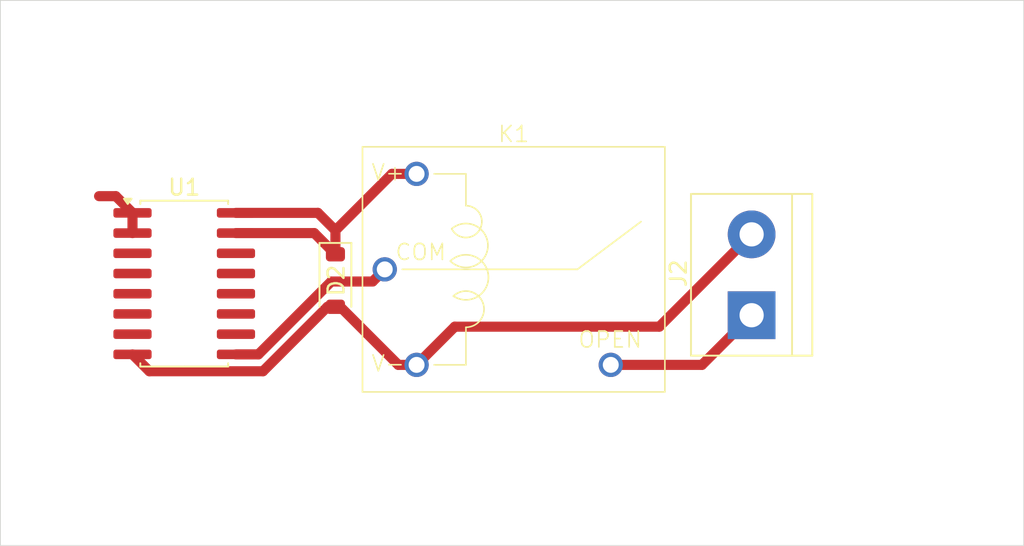
<source format=kicad_pcb>
(kicad_pcb (version 20240108) (generator "pcbnew") (generator_version "8.0")
  (layers (0 "F.Cu" signal) (31 "B.Cu" signal) (34 "B.Paste" user) (35 "F.Paste" user) (36 "B.SilkS" user "B.Silkscreen") (37 "F.SilkS" user "F.Silkscreen") (38 "B.Mask" user) (39 "F.Mask" user) (44 "Edge.Cuts" user))
  (net 0 "")
  (net 1 "GND")
  (net 2 "/OUT")
  (net 3 "/OPEN")
  (net 4 "/COMM")
  (net 10 "+12V")
  (footprint "TerminalBlock:TerminalBlock_bornier-2_P5.08mm" (layer "F.Cu") (at 191.6 122.88 90)
    (property "Reference" "J2" (at 2.63 -4.6 90) (layer "F.SilkS"))
    (property "Value" "Screw_Terminal_01x02")
    (fp_line (start 7.62 -3.81) (end -2.54 -3.81) (stroke (width 0.12)) (layer "F.SilkS"))
    (fp_line (start -2.54 -3.81) (end -2.54 3.81) (stroke (width 0.12)) (layer "F.SilkS"))
    (fp_line (start 7.62 2.54) (end -2.54 2.54) (stroke (width 0.12)) (layer "F.SilkS"))
    (fp_line (start 7.62 3.81) (end 7.62 -3.81) (stroke (width 0.12)) (layer "F.SilkS"))
    (fp_line (start -2.54 3.81) (end 7.62 3.81) (stroke (width 0.12)) (layer "F.SilkS"))
    (pad "1" thru_hole rect (at 0 0 90) (size 3 3) (drill 1.52) (layers "*.Cu" "*.Mask") (net 3 "/OPEN"))
    (pad "2" thru_hole circle (at 5.08 0 90) (size 3 3) (drill 1.52) (layers "*.Cu" "*.Mask") (net 1 "GND"))
  )
  (footprint "Relay_THT:AWHSH112DM00G" (layer "F.Cu") (at 176.65 120)
    (property "Reference" "K1" (at 0 -8.5 0) (layer "F.SilkS") (effects (font (thickness 0.1))))
    (property "Value" "AWHSH112DM00G ")
    (fp_line (start -9.5 -7.7) (end -9.5 7.7) (stroke (width 0.1)) (layer "F.SilkS"))
    (fp_line (start -9.5 -7.7) (end 9.5 -7.7) (stroke (width 0.1)) (layer "F.SilkS"))
    (fp_line (start -9.5 7.7) (end 9.5 7.7) (stroke (width 0.1)) (layer "F.SilkS"))
    (fp_line (start -7 0) (end 4 0) (stroke (width 0.1)) (layer "F.SilkS"))
    (fp_line (start -5 -6) (end -3 -6) (stroke (width 0.1)) (layer "F.SilkS"))
    (fp_line (start -5 6) (end -3 6) (stroke (width 0.1)) (layer "F.SilkS"))
    (fp_line (start -3 -6) (end -3 -4) (stroke (width 0.1)) (layer "F.SilkS"))
    (fp_line (start -3 3.637111) (end -3 4) (stroke (width 0.1)) (layer "F.SilkS"))
    (fp_line (start -3 6) (end -3 4) (stroke (width 0.1)) (layer "F.SilkS"))
    (fp_line (start 4 0) (end 8 -3) (stroke (width 0.1)) (layer "F.SilkS"))
    (fp_line (start 9.5 -7.7) (end 9.5 7.7) (stroke (width 0.1)) (layer "F.SilkS"))
    (fp_arc (start -3.976821 -0.523179) (mid -1.59077 0.37693) (end -3.784675 1.677013) (stroke (width 0.1)) (layer "F.SilkS"))
    (fp_arc (start -3.894427 -2.552786) (mid -1.619704 -1.443966) (end -3.976821 -0.523179) (stroke (width 0.1)) (layer "F.SilkS"))
    (fp_arc (start -3.784675 1.677013) (mid -1.944337 2.077392) (end -3 3.637111) (stroke (width 0.1)) (layer "F.SilkS"))
    (fp_arc (start -3 -4) (mid -2.149349 -2.474269) (end -3.894427 -2.552786) (stroke (width 0.1)) (layer "F.SilkS"))
    (fp_text user "V-" (at -9 6.5 0) (layer "F.SilkS") (effects (font (thickness 0.1)) (justify left bottom)))
    (fp_text user "OPEN" (at 4 5 0) (layer "F.SilkS") (effects (font (thickness 0.1)) (justify left bottom)))
    (fp_text user "COM" (at -7.5 -0.5 0) (layer "F.SilkS") (effects (font (thickness 0.1)) (justify left bottom)))
    (fp_text user "V+" (at -9 -5.5 0) (layer "F.SilkS") (effects (font (thickness 0.1)) (justify left bottom)))
    (pad "COM" thru_hole circle (at -8.1 0) (size 1.524 1.524) (drill 1) (layers "*.Cu" "*.Mask") (net 10 "+12V"))
    (pad "OPEN" thru_hole circle (at 6.1 6) (size 1.524 1.524) (drill 1) (layers "*.Cu" "*.Mask") (net 3 "/OPEN"))
    (pad "V+" thru_hole circle (at -6.1 -6) (size 1.524 1.524) (drill 1) (layers "*.Cu" "*.Mask") (net 2 "/OUT"))
    (pad "V-" thru_hole circle (at -6.1 6) (size 1.524 1.524) (drill 1) (layers "*.Cu" "*.Mask") (net 1 "GND"))
  )
  (footprint "Package_SO:SOIC-16W_5.3x10.2mm_P1.27mm" (layer "F.Cu") (at 155.95 120.895)
    (property "Reference" "U1" (at 0 -6.05 0) (layer "F.SilkS"))
    (property "Value" "ULN2003A")
    (fp_line (start -2.76 -5.21) (end -2.76 -5.005) (stroke (width 0.12)) (layer "F.SilkS"))
    (fp_line (start -2.76 5.21) (end -2.76 5.005) (stroke (width 0.12)) (layer "F.SilkS"))
    (fp_line (start 0 -5.21) (end -2.76 -5.21) (stroke (width 0.12)) (layer "F.SilkS"))
    (fp_line (start 0 -5.21) (end 2.76 -5.21) (stroke (width 0.12)) (layer "F.SilkS"))
    (fp_line (start 0 5.21) (end -2.76 5.21) (stroke (width 0.12)) (layer "F.SilkS"))
    (fp_line (start 0 5.21) (end 2.76 5.21) (stroke (width 0.12)) (layer "F.SilkS"))
    (fp_line (start 2.76 -5.21) (end 2.76 -5.005) (stroke (width 0.12)) (layer "F.SilkS"))
    (fp_line (start 2.76 5.21) (end 2.76 5.005) (stroke (width 0.12)) (layer "F.SilkS"))
    (fp_poly (pts (xy -3.55 -5.005) (xy -3.79 -5.335) (xy -3.31 -5.335) (xy -3.55 -5.005)) (stroke (width 0.12)) (fill solid) (layer "F.SilkS"))
    (pad "1" smd roundrect (at -3.25 -4.445) (size 2.4 0.6) (layers "F.Cu" "F.Paste" "F.Mask") (net 4 "/COMM"))
    (pad "2" smd roundrect (at -3.25 -3.175) (size 2.4 0.6) (layers "F.Cu" "F.Paste" "F.Mask") (net 4 "/COMM"))
    (pad "3" smd roundrect (at -3.25 -1.905) (size 2.4 0.6) (layers "F.Cu" "F.Paste" "F.Mask"))
    (pad "4" smd roundrect (at -3.25 -0.635) (size 2.4 0.6) (layers "F.Cu" "F.Paste" "F.Mask"))
    (pad "5" smd roundrect (at -3.25 0.635) (size 2.4 0.6) (layers "F.Cu" "F.Paste" "F.Mask"))
    (pad "6" smd roundrect (at -3.25 1.905) (size 2.4 0.6) (layers "F.Cu" "F.Paste" "F.Mask"))
    (pad "7" smd roundrect (at -3.25 3.175) (size 2.4 0.6) (layers "F.Cu" "F.Paste" "F.Mask"))
    (pad "8" smd roundrect (at -3.25 4.445) (size 2.4 0.6) (layers "F.Cu" "F.Paste" "F.Mask") (net 1 "GND"))
    (pad "9" smd roundrect (at 3.25 4.445) (size 2.4 0.6) (layers "F.Cu" "F.Paste" "F.Mask") (net 10 "+12V"))
    (pad "10" smd roundrect (at 3.25 3.175) (size 2.4 0.6) (layers "F.Cu" "F.Paste" "F.Mask"))
    (pad "11" smd roundrect (at 3.25 1.905) (size 2.4 0.6) (layers "F.Cu" "F.Paste" "F.Mask"))
    (pad "12" smd roundrect (at 3.25 0.635) (size 2.4 0.6) (layers "F.Cu" "F.Paste" "F.Mask"))
    (pad "13" smd roundrect (at 3.25 -0.635) (size 2.4 0.6) (layers "F.Cu" "F.Paste" "F.Mask"))
    (pad "14" smd roundrect (at 3.25 -1.905) (size 2.4 0.6) (layers "F.Cu" "F.Paste" "F.Mask"))
    (pad "15" smd roundrect (at 3.25 -3.175) (size 2.4 0.6) (layers "F.Cu" "F.Paste" "F.Mask") (net 2 "/OUT"))
    (pad "16" smd roundrect (at 3.25 -4.445) (size 2.4 0.6) (layers "F.Cu" "F.Paste" "F.Mask") (net 2 "/OUT"))
  )
  (footprint "Diode_SMD:D_SOD-123" (layer "F.Cu") (at 165.45 120.7 -90)
    (property "Reference" "D2" (at 0 -0.05 90) (layer "F.SilkS"))
    (property "Value" "1N4148W")
    (fp_line (start -2.36 1) (end 1.65 1) (stroke (width 0.12)) (layer "F.SilkS"))
    (fp_line (start -2.36 -1) (end -2.36 1) (stroke (width 0.12)) (layer "F.SilkS"))
    (fp_line (start -2.36 -1) (end 1.65 -1) (stroke (width 0.12)) (layer "F.SilkS"))
    (pad "1" smd roundrect (at -1.65 0 270) (size 0.9 1.2) (layers "F.Cu" "F.Paste" "F.Mask") (net 2 "/OUT"))
    (pad "2" smd roundrect (at 1.65 0 270) (size 0.9 1.2) (layers "F.Cu" "F.Paste" "F.Mask") (net 1 "GND"))
  )
  (gr_rect (start 144.4 103.1) (end 208.7 137.35) (stroke (width 0.05)) (fill none) (layer "Edge.Cuts"))
  (segment (start 165.75 122.35) (end 169.4 126) (width 0.635) (layer "F.Cu") (net 1))
  (segment (start 169.4 126) (end 170.55 126) (width 0.635) (layer "F.Cu") (net 1))
  (segment (start 165.45 122.35) (end 165.75 122.35) (width 0.635) (layer "F.Cu") (net 1))
  (segment (start 164.95 122.35) (end 165.45 122.35) (width 0.635) (layer "F.Cu") (net 1))
  (segment (start 170.55 126) (end 172.95 123.6) (width 0.635) (layer "F.Cu") (net 1))
  (segment (start 153.76 126.4) (end 160.9 126.4) (width 0.635) (layer "F.Cu") (net 1))
  (segment (start 160.9 126.4) (end 164.95 122.35) (width 0.635) (layer "F.Cu") (net 1))
  (segment (start 185.8 123.6) (end 191.6 117.8) (width 0.635) (layer "F.Cu") (net 1))
  (segment (start 172.95 123.6) (end 185.8 123.6) (width 0.635) (layer "F.Cu") (net 1))
  (segment (start 152.7 125.34) (end 153.76 126.4) (width 0.635) (layer "F.Cu") (net 1))
  (segment (start 164.12 117.72) (end 165.45 119.05) (width 0.635) (layer "F.Cu") (net 2))
  (segment (start 165.45 119.05) (end 165.45 117.55) (width 0.635) (layer "F.Cu") (net 2))
  (segment (start 165.45 117.55) (end 169 114) (width 0.635) (layer "F.Cu") (net 2))
  (segment (start 164.35 116.45) (end 165.45 117.55) (width 0.635) (layer "F.Cu") (net 2))
  (segment (start 159.2 116.45) (end 164.35 116.45) (width 0.635) (layer "F.Cu") (net 2))
  (segment (start 169 114) (end 170.55 114) (width 0.635) (layer "F.Cu") (net 2))
  (segment (start 159.2 117.72) (end 164.12 117.72) (width 0.635) (layer "F.Cu") (net 2))
  (segment (start 182.75 126) (end 188.48 126) (width 0.635) (layer "F.Cu") (net 3))
  (segment (start 188.48 126) (end 191.6 122.88) (width 0.635) (layer "F.Cu") (net 3))
  (segment (start 152.7 116.45) (end 151.65 115.4) (width 0.635) (layer "F.Cu") (net 4))
  (segment (start 152.7 116.45) (end 152.7 117.72) (width 0.635) (layer "F.Cu") (net 4))
  (segment (start 151.65 115.4) (end 150.6 115.4) (width 0.635) (layer "F.Cu") (net 4))
  (segment (start 167.788001 120.761999) (end 165.188001 120.761999) (width 0.635) (layer "F.Cu") (net 10))
  (segment (start 168.55 120) (end 167.788001 120.761999) (width 0.635) (layer "F.Cu") (net 10))
  (segment (start 160.61 125.34) (end 159.2 125.34) (width 0.635) (layer "F.Cu") (net 10))
  (segment (start 165.188001 120.761999) (end 160.61 125.34) (width 0.635) (layer "F.Cu") (net 10))
)
</source>
